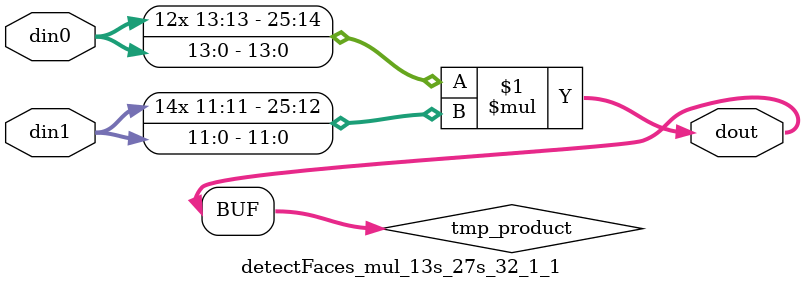
<source format=v>

`timescale 1 ns / 1 ps

 module detectFaces_mul_13s_27s_32_1_1(din0, din1, dout);
parameter ID = 1;
parameter NUM_STAGE = 0;
parameter din0_WIDTH = 14;
parameter din1_WIDTH = 12;
parameter dout_WIDTH = 26;

input [din0_WIDTH - 1 : 0] din0; 
input [din1_WIDTH - 1 : 0] din1; 
output [dout_WIDTH - 1 : 0] dout;

wire signed [dout_WIDTH - 1 : 0] tmp_product;



























assign tmp_product = $signed(din0) * $signed(din1);








assign dout = tmp_product;





















endmodule

</source>
